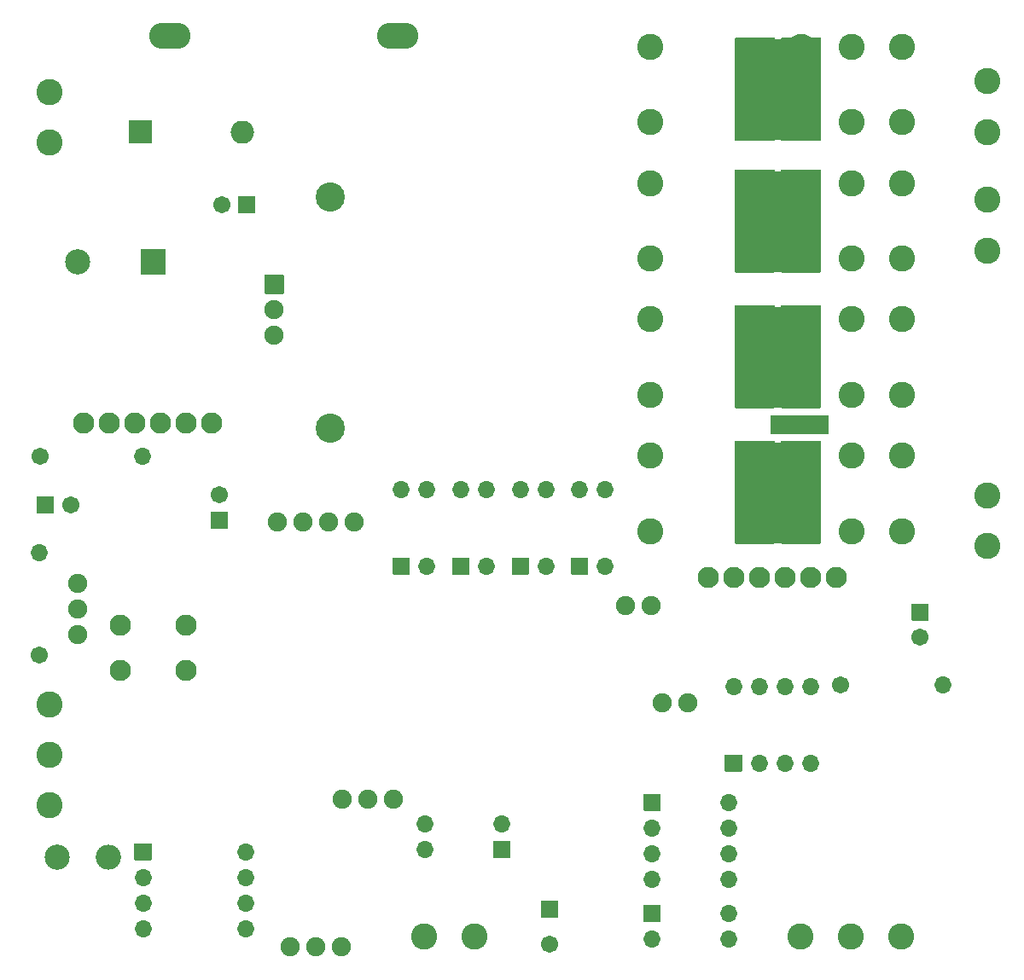
<source format=gbr>
%TF.GenerationSoftware,KiCad,Pcbnew,(5.1.10)-1*%
%TF.CreationDate,2022-03-13T22:52:12+08:00*%
%TF.ProjectId,interface,696e7465-7266-4616-9365-2e6b69636164,rev?*%
%TF.SameCoordinates,Original*%
%TF.FileFunction,Soldermask,Bot*%
%TF.FilePolarity,Negative*%
%FSLAX46Y46*%
G04 Gerber Fmt 4.6, Leading zero omitted, Abs format (unit mm)*
G04 Created by KiCad (PCBNEW (5.1.10)-1) date 2022-03-13 22:52:12*
%MOMM*%
%LPD*%
G01*
G04 APERTURE LIST*
%ADD10C,0.100000*%
%ADD11C,2.102000*%
%ADD12C,2.902000*%
%ADD13O,1.702000X1.702000*%
%ADD14C,2.602000*%
%ADD15C,1.702000*%
%ADD16O,1.902000X1.902000*%
%ADD17C,2.502000*%
%ADD18O,2.502000X2.502000*%
%ADD19C,1.902000*%
%ADD20O,4.102000X2.602000*%
%ADD21O,2.302000X2.302000*%
G04 APERTURE END LIST*
D10*
G36*
X80731160Y53467880D02*
G01*
X75016160Y53467880D01*
X75016160Y55245880D01*
X80731160Y55245880D01*
X80731160Y53467880D01*
G37*
X80731160Y53467880D02*
X75016160Y53467880D01*
X75016160Y55245880D01*
X80731160Y55245880D01*
X80731160Y53467880D01*
%TO.C,JP7*%
G36*
X79842160Y52578880D02*
G01*
X71714160Y52578880D01*
X71714160Y42672880D01*
X79842160Y42672880D01*
X79842160Y52578880D01*
G37*
X79842160Y52578880D02*
X71714160Y52578880D01*
X71714160Y42672880D01*
X79842160Y42672880D01*
X79842160Y52578880D01*
%TO.C,JP6*%
G36*
X79842160Y66040880D02*
G01*
X71714160Y66040880D01*
X71714160Y56134880D01*
X79842160Y56134880D01*
X79842160Y66040880D01*
G37*
X79842160Y66040880D02*
X71714160Y66040880D01*
X71714160Y56134880D01*
X79842160Y56134880D01*
X79842160Y66040880D01*
%TO.C,JP5*%
G36*
X79842160Y79502880D02*
G01*
X71714160Y79502880D01*
X71714160Y69596880D01*
X79842160Y69596880D01*
X79842160Y79502880D01*
G37*
X79842160Y79502880D02*
X71714160Y79502880D01*
X71714160Y69596880D01*
X79842160Y69596880D01*
X79842160Y79502880D01*
%TO.C,JP4*%
G36*
X79842160Y92583880D02*
G01*
X71714160Y92583880D01*
X71714160Y82677880D01*
X79842160Y82677880D01*
X79842160Y92583880D01*
G37*
X79842160Y92583880D02*
X71714160Y92583880D01*
X71714160Y82677880D01*
X79842160Y82677880D01*
X79842160Y92583880D01*
G36*
X80731160Y53467880D02*
G01*
X75016160Y53467880D01*
X75016160Y55245880D01*
X80731160Y55245880D01*
X80731160Y53467880D01*
G37*
X80731160Y53467880D02*
X75016160Y53467880D01*
X75016160Y55245880D01*
X80731160Y55245880D01*
X80731160Y53467880D01*
%TO.C,JP7*%
G36*
X79842160Y52578880D02*
G01*
X71714160Y52578880D01*
X71714160Y42672880D01*
X79842160Y42672880D01*
X79842160Y52578880D01*
G37*
X79842160Y52578880D02*
X71714160Y52578880D01*
X71714160Y42672880D01*
X79842160Y42672880D01*
X79842160Y52578880D01*
%TO.C,JP6*%
G36*
X79842160Y66040880D02*
G01*
X71714160Y66040880D01*
X71714160Y56134880D01*
X79842160Y56134880D01*
X79842160Y66040880D01*
G37*
X79842160Y66040880D02*
X71714160Y66040880D01*
X71714160Y56134880D01*
X79842160Y56134880D01*
X79842160Y66040880D01*
%TO.C,JP5*%
G36*
X79842160Y79502880D02*
G01*
X71714160Y79502880D01*
X71714160Y69596880D01*
X79842160Y69596880D01*
X79842160Y79502880D01*
G37*
X79842160Y79502880D02*
X71714160Y79502880D01*
X71714160Y69596880D01*
X79842160Y69596880D01*
X79842160Y79502880D01*
%TO.C,JP4*%
G36*
X79842160Y92583880D02*
G01*
X71714160Y92583880D01*
X71714160Y82677880D01*
X79842160Y82677880D01*
X79842160Y92583880D01*
G37*
X79842160Y92583880D02*
X71714160Y92583880D01*
X71714160Y82677880D01*
X79842160Y82677880D01*
X79842160Y92583880D01*
%TD*%
D11*
%TO.C,U1*%
X9474000Y54496000D03*
X14554000Y54496000D03*
X6934000Y54496000D03*
X12014000Y54496000D03*
X17094000Y54496000D03*
X19634000Y54496000D03*
%TD*%
%TO.C,U3*%
X78998880Y39205200D03*
X73918880Y39205200D03*
X81538880Y39205200D03*
X76458880Y39205200D03*
X71378880Y39205200D03*
X68838880Y39205200D03*
%TD*%
D12*
%TO.C,Ref\u002A\u002A*%
X31362542Y53974194D03*
X31362542Y76974194D03*
%TD*%
%TO.C,JP7*%
G36*
G01*
X75448160Y52705880D02*
X75448160Y42545880D01*
G75*
G02*
X75397160Y42494880I-51000J0D01*
G01*
X71587160Y42494880D01*
G75*
G02*
X71536160Y42545880I0J51000D01*
G01*
X71536160Y52705880D01*
G75*
G02*
X71587160Y52756880I51000J0D01*
G01*
X75397160Y52756880D01*
G75*
G02*
X75448160Y52705880I0J-51000D01*
G01*
G37*
G36*
G01*
X80020160Y52705880D02*
X80020160Y42545880D01*
G75*
G02*
X79969160Y42494880I-51000J0D01*
G01*
X76159160Y42494880D01*
G75*
G02*
X76108160Y42545880I0J51000D01*
G01*
X76108160Y52705880D01*
G75*
G02*
X76159160Y52756880I51000J0D01*
G01*
X79969160Y52756880D01*
G75*
G02*
X80020160Y52705880I0J-51000D01*
G01*
G37*
%TD*%
%TO.C,JP6*%
G36*
G01*
X75448160Y66167880D02*
X75448160Y56007880D01*
G75*
G02*
X75397160Y55956880I-51000J0D01*
G01*
X71587160Y55956880D01*
G75*
G02*
X71536160Y56007880I0J51000D01*
G01*
X71536160Y66167880D01*
G75*
G02*
X71587160Y66218880I51000J0D01*
G01*
X75397160Y66218880D01*
G75*
G02*
X75448160Y66167880I0J-51000D01*
G01*
G37*
G36*
G01*
X80020160Y66167880D02*
X80020160Y56007880D01*
G75*
G02*
X79969160Y55956880I-51000J0D01*
G01*
X76159160Y55956880D01*
G75*
G02*
X76108160Y56007880I0J51000D01*
G01*
X76108160Y66167880D01*
G75*
G02*
X76159160Y66218880I51000J0D01*
G01*
X79969160Y66218880D01*
G75*
G02*
X80020160Y66167880I0J-51000D01*
G01*
G37*
%TD*%
%TO.C,JP5*%
G36*
G01*
X75448160Y79629880D02*
X75448160Y69469880D01*
G75*
G02*
X75397160Y69418880I-51000J0D01*
G01*
X71587160Y69418880D01*
G75*
G02*
X71536160Y69469880I0J51000D01*
G01*
X71536160Y79629880D01*
G75*
G02*
X71587160Y79680880I51000J0D01*
G01*
X75397160Y79680880D01*
G75*
G02*
X75448160Y79629880I0J-51000D01*
G01*
G37*
G36*
G01*
X80020160Y79629880D02*
X80020160Y69469880D01*
G75*
G02*
X79969160Y69418880I-51000J0D01*
G01*
X76159160Y69418880D01*
G75*
G02*
X76108160Y69469880I0J51000D01*
G01*
X76108160Y79629880D01*
G75*
G02*
X76159160Y79680880I51000J0D01*
G01*
X79969160Y79680880D01*
G75*
G02*
X80020160Y79629880I0J-51000D01*
G01*
G37*
%TD*%
%TO.C,JP4*%
G36*
G01*
X75448160Y92710880D02*
X75448160Y82550880D01*
G75*
G02*
X75397160Y82499880I-51000J0D01*
G01*
X71587160Y82499880D01*
G75*
G02*
X71536160Y82550880I0J51000D01*
G01*
X71536160Y92710880D01*
G75*
G02*
X71587160Y92761880I51000J0D01*
G01*
X75397160Y92761880D01*
G75*
G02*
X75448160Y92710880I0J-51000D01*
G01*
G37*
G36*
G01*
X80020160Y92710880D02*
X80020160Y82550880D01*
G75*
G02*
X79969160Y82499880I-51000J0D01*
G01*
X76159160Y82499880D01*
G75*
G02*
X76108160Y82550880I0J51000D01*
G01*
X76108160Y92710880D01*
G75*
G02*
X76159160Y92761880I51000J0D01*
G01*
X79969160Y92761880D01*
G75*
G02*
X80020160Y92710880I0J-51000D01*
G01*
G37*
%TD*%
%TO.C,U15*%
G36*
G01*
X11935160Y11138880D02*
X11935160Y12738880D01*
G75*
G02*
X11986160Y12789880I51000J0D01*
G01*
X13586160Y12789880D01*
G75*
G02*
X13637160Y12738880I0J-51000D01*
G01*
X13637160Y11138880D01*
G75*
G02*
X13586160Y11087880I-51000J0D01*
G01*
X11986160Y11087880D01*
G75*
G02*
X11935160Y11138880I0J51000D01*
G01*
G37*
D13*
X22946160Y4318880D03*
X12786160Y9398880D03*
X22946160Y6858880D03*
X12786160Y6858880D03*
X22946160Y9398880D03*
X12786160Y4318880D03*
X22946160Y11938880D03*
%TD*%
%TO.C,U9*%
G36*
G01*
X51022372Y39456560D02*
X49422372Y39456560D01*
G75*
G02*
X49371372Y39507560I0J51000D01*
G01*
X49371372Y41107560D01*
G75*
G02*
X49422372Y41158560I51000J0D01*
G01*
X51022372Y41158560D01*
G75*
G02*
X51073372Y41107560I0J-51000D01*
G01*
X51073372Y39507560D01*
G75*
G02*
X51022372Y39456560I-51000J0D01*
G01*
G37*
X52762372Y47927560D03*
X52762372Y40307560D03*
X50222372Y47927560D03*
%TD*%
D14*
%TO.C,K4*%
X88103560Y43760040D03*
X83103560Y43760040D03*
X78103560Y43760040D03*
X88103560Y51260040D03*
X83103560Y51260040D03*
X78103560Y51260040D03*
X63103560Y43760040D03*
X63103560Y51260040D03*
%TD*%
D15*
%TO.C,R30*%
X2519480Y31427720D03*
D13*
X2519480Y41587720D03*
%TD*%
%TO.C,U20*%
G36*
G01*
X62465920Y16032880D02*
X62465920Y17632880D01*
G75*
G02*
X62516920Y17683880I51000J0D01*
G01*
X64116920Y17683880D01*
G75*
G02*
X64167920Y17632880I0J-51000D01*
G01*
X64167920Y16032880D01*
G75*
G02*
X64116920Y15981880I-51000J0D01*
G01*
X62516920Y15981880D01*
G75*
G02*
X62465920Y16032880I0J51000D01*
G01*
G37*
X70936920Y9212880D03*
X63316920Y14292880D03*
X70936920Y11752880D03*
X63316920Y11752880D03*
X70936920Y14292880D03*
X63316920Y9212880D03*
X70936920Y16832880D03*
%TD*%
%TO.C,U18*%
G36*
G01*
X72173800Y19898560D02*
X70573800Y19898560D01*
G75*
G02*
X70522800Y19949560I0J51000D01*
G01*
X70522800Y21549560D01*
G75*
G02*
X70573800Y21600560I51000J0D01*
G01*
X72173800Y21600560D01*
G75*
G02*
X72224800Y21549560I0J-51000D01*
G01*
X72224800Y19949560D01*
G75*
G02*
X72173800Y19898560I-51000J0D01*
G01*
G37*
X78993800Y28369560D03*
X73913800Y20749560D03*
X76453800Y28369560D03*
X76453800Y20749560D03*
X73913800Y28369560D03*
X78993800Y20749560D03*
X71373800Y28369560D03*
%TD*%
%TO.C,U16*%
G36*
G01*
X62465920Y5004200D02*
X62465920Y6604200D01*
G75*
G02*
X62516920Y6655200I51000J0D01*
G01*
X64116920Y6655200D01*
G75*
G02*
X64167920Y6604200I0J-51000D01*
G01*
X64167920Y5004200D01*
G75*
G02*
X64116920Y4953200I-51000J0D01*
G01*
X62516920Y4953200D01*
G75*
G02*
X62465920Y5004200I0J51000D01*
G01*
G37*
X70936920Y3264200D03*
X63316920Y3264200D03*
X70936920Y5804200D03*
%TD*%
%TO.C,U10*%
G36*
G01*
X56918560Y39456560D02*
X55318560Y39456560D01*
G75*
G02*
X55267560Y39507560I0J51000D01*
G01*
X55267560Y41107560D01*
G75*
G02*
X55318560Y41158560I51000J0D01*
G01*
X56918560Y41158560D01*
G75*
G02*
X56969560Y41107560I0J-51000D01*
G01*
X56969560Y39507560D01*
G75*
G02*
X56918560Y39456560I-51000J0D01*
G01*
G37*
X58658560Y47927560D03*
X58658560Y40307560D03*
X56118560Y47927560D03*
%TD*%
%TO.C,U8*%
G36*
G01*
X45126186Y39456560D02*
X43526186Y39456560D01*
G75*
G02*
X43475186Y39507560I0J51000D01*
G01*
X43475186Y41107560D01*
G75*
G02*
X43526186Y41158560I51000J0D01*
G01*
X45126186Y41158560D01*
G75*
G02*
X45177186Y41107560I0J-51000D01*
G01*
X45177186Y39507560D01*
G75*
G02*
X45126186Y39456560I-51000J0D01*
G01*
G37*
X46866186Y47927560D03*
X46866186Y40307560D03*
X44326186Y47927560D03*
%TD*%
%TO.C,U7*%
G36*
G01*
X49242880Y12944040D02*
X49242880Y11344040D01*
G75*
G02*
X49191880Y11293040I-51000J0D01*
G01*
X47591880Y11293040D01*
G75*
G02*
X47540880Y11344040I0J51000D01*
G01*
X47540880Y12944040D01*
G75*
G02*
X47591880Y12995040I51000J0D01*
G01*
X49191880Y12995040D01*
G75*
G02*
X49242880Y12944040I0J-51000D01*
G01*
G37*
X40771880Y14684040D03*
X48391880Y14684040D03*
X40771880Y12144040D03*
%TD*%
%TO.C,U6*%
G36*
G01*
X39230000Y39456560D02*
X37630000Y39456560D01*
G75*
G02*
X37579000Y39507560I0J51000D01*
G01*
X37579000Y41107560D01*
G75*
G02*
X37630000Y41158560I51000J0D01*
G01*
X39230000Y41158560D01*
G75*
G02*
X39281000Y41107560I0J-51000D01*
G01*
X39281000Y39507560D01*
G75*
G02*
X39230000Y39456560I-51000J0D01*
G01*
G37*
X40970000Y47927560D03*
X40970000Y40307560D03*
X38430000Y47927560D03*
%TD*%
%TO.C,U2*%
G36*
G01*
X24914542Y69219194D02*
X26714542Y69219194D01*
G75*
G02*
X26765542Y69168194I0J-51000D01*
G01*
X26765542Y67368194D01*
G75*
G02*
X26714542Y67317194I-51000J0D01*
G01*
X24914542Y67317194D01*
G75*
G02*
X24863542Y67368194I0J51000D01*
G01*
X24863542Y69168194D01*
G75*
G02*
X24914542Y69219194I51000J0D01*
G01*
G37*
D16*
X25814542Y65728194D03*
X25814542Y63188194D03*
%TD*%
D11*
%TO.C,SW1*%
X17020480Y34459600D03*
X17020480Y29959600D03*
X10520480Y34459600D03*
X10520480Y29959600D03*
%TD*%
D17*
%TO.C,R28*%
X4277160Y11430880D03*
D18*
X9357160Y11430880D03*
%TD*%
D15*
%TO.C,R2*%
X81980840Y28521960D03*
D13*
X92140840Y28521960D03*
%TD*%
D15*
%TO.C,R1*%
X2616000Y51194000D03*
D13*
X12776000Y51194000D03*
%TD*%
D14*
%TO.C,K3*%
X88103560Y57287028D03*
X83103560Y57287028D03*
X78103560Y57287028D03*
X88103560Y64787028D03*
X83103560Y64787028D03*
X78103560Y64787028D03*
X63103560Y57287028D03*
X63103560Y64787028D03*
%TD*%
%TO.C,K2*%
X88103560Y70814014D03*
X83103560Y70814014D03*
X78103560Y70814014D03*
X88103560Y78314014D03*
X83103560Y78314014D03*
X78103560Y78314014D03*
X63103560Y70814014D03*
X63103560Y78314014D03*
%TD*%
%TO.C,K1*%
X88103560Y84341000D03*
X83103560Y84341000D03*
X78103560Y84341000D03*
X88103560Y91841000D03*
X83103560Y91841000D03*
X78103560Y91841000D03*
X63103560Y84341000D03*
X63103560Y91841000D03*
%TD*%
D19*
%TO.C,JP3*%
X32440680Y2476800D03*
X29900680Y2476800D03*
X27360680Y2476800D03*
%TD*%
%TO.C,JP2*%
X6309160Y38608880D03*
X6309160Y36068880D03*
X6309160Y33528880D03*
%TD*%
%TO.C,JP1*%
X32521960Y17188480D03*
X35061960Y17188480D03*
X37601960Y17188480D03*
%TD*%
D14*
%TO.C,J10*%
X88033680Y3497880D03*
X83033680Y3497880D03*
X78033680Y3497880D03*
%TD*%
%TO.C,J9*%
X3499920Y16568720D03*
X3499920Y21568720D03*
X3499920Y26568720D03*
%TD*%
D19*
%TO.C,J8*%
X33751320Y44645880D03*
X31211320Y44645880D03*
X26131320Y44645880D03*
X28671320Y44645880D03*
%TD*%
%TO.C,J7*%
X64282120Y26759200D03*
X66822120Y26759200D03*
%TD*%
D14*
%TO.C,J6*%
X96535040Y47338280D03*
X96535040Y42338280D03*
%TD*%
D19*
%TO.C,J5*%
X60685480Y36340080D03*
X63225480Y36340080D03*
%TD*%
D14*
%TO.C,J4*%
X45704560Y3492800D03*
X40704560Y3492800D03*
%TD*%
%TO.C,J3*%
X96535040Y76639720D03*
X96535040Y71639720D03*
%TD*%
%TO.C,J2*%
X96535040Y88406280D03*
X96535040Y83406280D03*
%TD*%
%TO.C,J1*%
X3499920Y82349640D03*
X3499920Y87349640D03*
%TD*%
D20*
%TO.C,F1*%
X15449000Y92913500D03*
X38049000Y92913500D03*
%TD*%
%TO.C,D1*%
G36*
G01*
X11371000Y82288500D02*
X11371000Y84488500D01*
G75*
G02*
X11422000Y84539500I51000J0D01*
G01*
X13622000Y84539500D01*
G75*
G02*
X13673000Y84488500I0J-51000D01*
G01*
X13673000Y82288500D01*
G75*
G02*
X13622000Y82237500I-51000J0D01*
G01*
X11422000Y82237500D01*
G75*
G02*
X11371000Y82288500I0J51000D01*
G01*
G37*
D21*
X22682000Y83388500D03*
%TD*%
%TO.C,C12*%
G36*
G01*
X52316280Y7117480D02*
X53916280Y7117480D01*
G75*
G02*
X53967280Y7066480I0J-51000D01*
G01*
X53967280Y5466480D01*
G75*
G02*
X53916280Y5415480I-51000J0D01*
G01*
X52316280Y5415480D01*
G75*
G02*
X52265280Y5466480I0J51000D01*
G01*
X52265280Y7066480D01*
G75*
G02*
X52316280Y7117480I51000J0D01*
G01*
G37*
D15*
X53116280Y2766480D03*
%TD*%
%TO.C,C11*%
G36*
G01*
X21196000Y43993000D02*
X19596000Y43993000D01*
G75*
G02*
X19545000Y44044000I0J51000D01*
G01*
X19545000Y45644000D01*
G75*
G02*
X19596000Y45695000I51000J0D01*
G01*
X21196000Y45695000D01*
G75*
G02*
X21247000Y45644000I0J-51000D01*
G01*
X21247000Y44044000D01*
G75*
G02*
X21196000Y43993000I-51000J0D01*
G01*
G37*
X20396000Y47344000D03*
%TD*%
%TO.C,C9*%
G36*
G01*
X89080240Y36586560D02*
X90680240Y36586560D01*
G75*
G02*
X90731240Y36535560I0J-51000D01*
G01*
X90731240Y34935560D01*
G75*
G02*
X90680240Y34884560I-51000J0D01*
G01*
X89080240Y34884560D01*
G75*
G02*
X89029240Y34935560I0J51000D01*
G01*
X89029240Y36535560D01*
G75*
G02*
X89080240Y36586560I51000J0D01*
G01*
G37*
X89880240Y33235560D03*
%TD*%
%TO.C,C5*%
G36*
G01*
X23949560Y76977440D02*
X23949560Y75377440D01*
G75*
G02*
X23898560Y75326440I-51000J0D01*
G01*
X22298560Y75326440D01*
G75*
G02*
X22247560Y75377440I0J51000D01*
G01*
X22247560Y76977440D01*
G75*
G02*
X22298560Y77028440I51000J0D01*
G01*
X23898560Y77028440D01*
G75*
G02*
X23949560Y76977440I0J-51000D01*
G01*
G37*
X20598560Y76177440D03*
%TD*%
%TO.C,C4*%
G36*
G01*
X15043000Y71698000D02*
X15043000Y69298000D01*
G75*
G02*
X14992000Y69247000I-51000J0D01*
G01*
X12592000Y69247000D01*
G75*
G02*
X12541000Y69298000I0J51000D01*
G01*
X12541000Y71698000D01*
G75*
G02*
X12592000Y71749000I51000J0D01*
G01*
X14992000Y71749000D01*
G75*
G02*
X15043000Y71698000I0J-51000D01*
G01*
G37*
D17*
X6292000Y70498000D03*
%TD*%
%TO.C,C2*%
G36*
G01*
X2273000Y45568000D02*
X2273000Y47168000D01*
G75*
G02*
X2324000Y47219000I51000J0D01*
G01*
X3924000Y47219000D01*
G75*
G02*
X3975000Y47168000I0J-51000D01*
G01*
X3975000Y45568000D01*
G75*
G02*
X3924000Y45517000I-51000J0D01*
G01*
X2324000Y45517000D01*
G75*
G02*
X2273000Y45568000I0J51000D01*
G01*
G37*
D15*
X5624000Y46368000D03*
%TD*%
M02*

</source>
